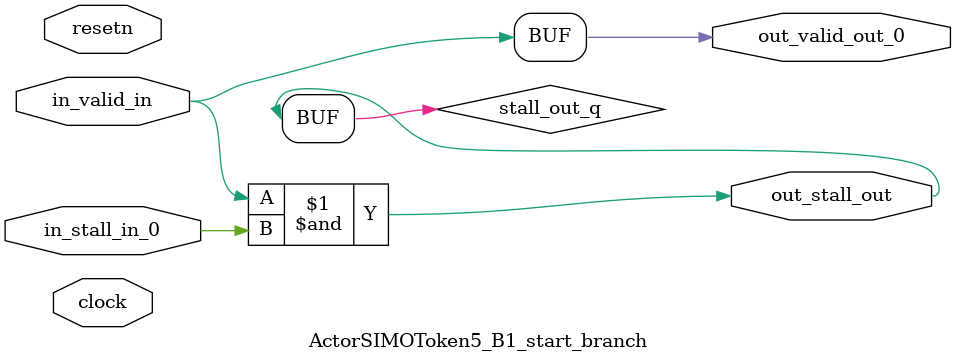
<source format=sv>



(* altera_attribute = "-name AUTO_SHIFT_REGISTER_RECOGNITION OFF; -name MESSAGE_DISABLE 10036; -name MESSAGE_DISABLE 10037; -name MESSAGE_DISABLE 14130; -name MESSAGE_DISABLE 14320; -name MESSAGE_DISABLE 15400; -name MESSAGE_DISABLE 14130; -name MESSAGE_DISABLE 10036; -name MESSAGE_DISABLE 12020; -name MESSAGE_DISABLE 12030; -name MESSAGE_DISABLE 12010; -name MESSAGE_DISABLE 12110; -name MESSAGE_DISABLE 14320; -name MESSAGE_DISABLE 13410; -name MESSAGE_DISABLE 113007; -name MESSAGE_DISABLE 10958" *)
module ActorSIMOToken5_B1_start_branch (
    input wire [0:0] in_stall_in_0,
    input wire [0:0] in_valid_in,
    output wire [0:0] out_stall_out,
    output wire [0:0] out_valid_out_0,
    input wire clock,
    input wire resetn
    );

    wire [0:0] stall_out_q;


    // stall_out(LOGICAL,6)
    assign stall_out_q = in_valid_in & in_stall_in_0;

    // out_stall_out(GPOUT,4)
    assign out_stall_out = stall_out_q;

    // out_valid_out_0(GPOUT,5)
    assign out_valid_out_0 = in_valid_in;

endmodule

</source>
